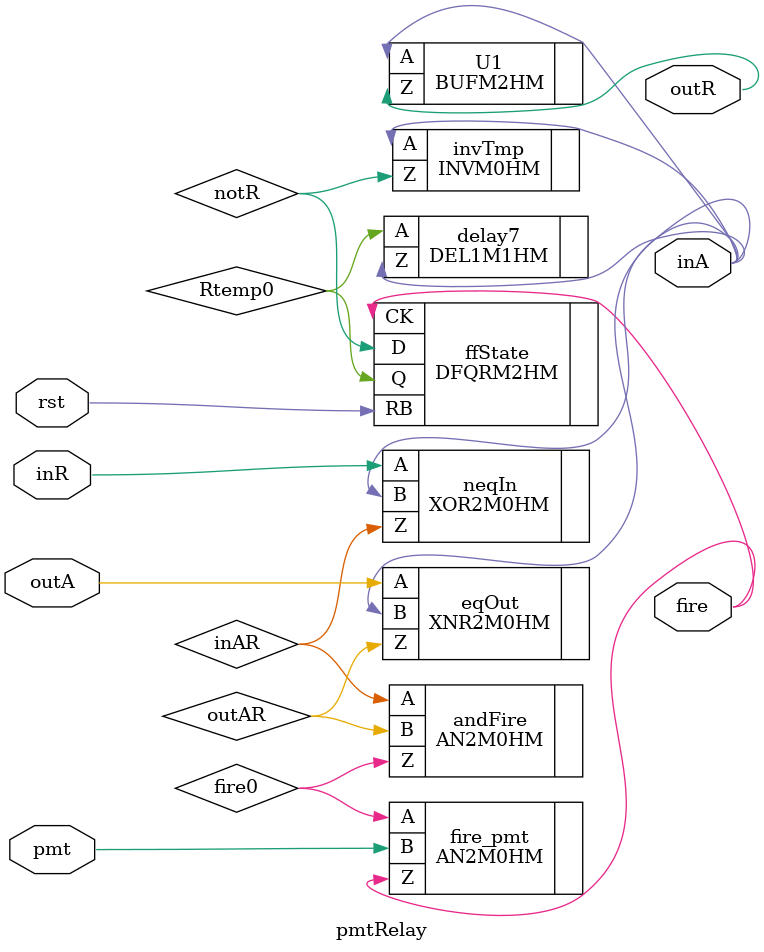
<source format=v>
`timescale 1ns / 1ps

module pmtRelay(inR, inA, outR, outA, pmt, fire, rst);

input inR, outA, rst,pmt;

output inA, outR, fire;

wire inAR, outAR, notR;
wire Rtemp0, Rtemp1, Rtemp2, Rtemp3, Rtemp4,Rtemp5,Rtemp6;
wire fire0;
XOR2M0HM neqIn ( .A(inR), .B(inA), .Z(inAR) );

XNR2M0HM eqOut ( .A(outA), .B(inA), .Z(outAR) );

AN2M0HM andFire ( .A(inAR), .B(outAR), .Z(fire0) );
AN2M0HM fire_pmt ( .A(fire0), .B(pmt), .Z(fire) );
//AND2_X1M_A9TRULP_C40_W3 Fire ( .A(fire0), .B(pmt), .Y(fire) );
INVM0HM invTmp ( .A(inA), .Z(notR) );

DFQRM2HM ffState ( .D(notR), .CK(fire), .RB(rst), .Q(Rtemp0) );

DEL1M1HM delay7 ( .A(Rtemp0), .Z(inA) );
BUFM2HM U1 ( .A(inA), .Z(outR) );
endmodule



</source>
